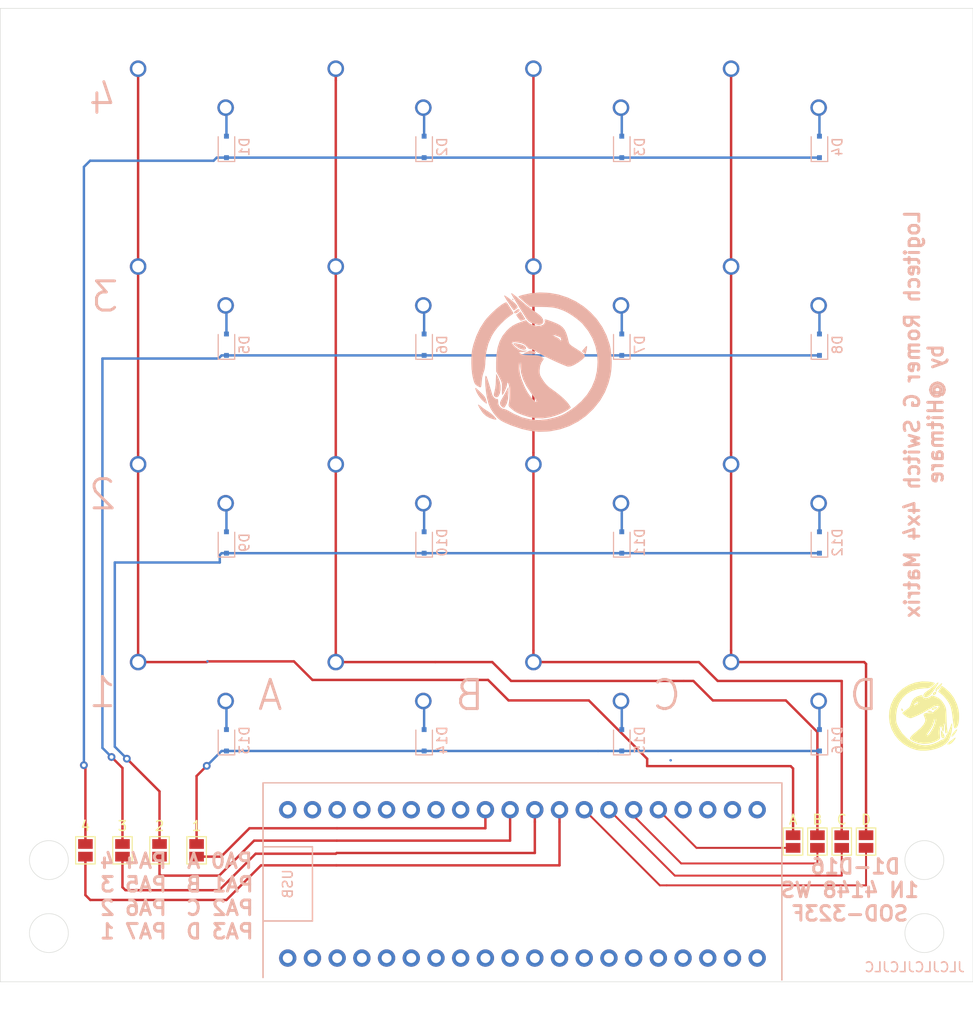
<source format=kicad_pcb>
(kicad_pcb (version 20211014) (generator pcbnew)
  (layers (0 "F.Cu" signal) (31 "B.Cu" signal) (34 "B.Paste" user) (35 "F.Paste" user) (36 "B.SilkS" user "B.Silkscreen") (37 "F.SilkS" user "F.Silkscreen") (38 "B.Mask" user) (39 "F.Mask" user) (44 "Edge.Cuts" user))
  (net 0 "")
  (footprint "Button_Switch_Keyboard:Romer-G-Switch_Logitech" (layer "F.Cu") (at 103.418 71.922)
    (fp_text reference " " (at 0 9.5) (layer "F.SilkS"))
    (fp_text value "Romer-G-Switch Logitech")
    (pad "" np_thru_hole circle locked (at 0 -5) (size 1.7 1.7) (drill 1.7) (layers *.Cu *.Mask))
    (pad "" np_thru_hole circle locked (at 0 5) (size 1.7 1.7) (drill 1.7) (layers *.Cu *.Mask))
    (pad "1" thru_hole circle locked (at -4.5 -2) (size 1.7 1.7) (drill 1.2) (layers *.Cu *.Mask))
    (pad "2" thru_hole circle locked (at 4.5 2) (size 1.7 1.7) (drill 1.2) (layers *.Cu *.Mask))
  )
  (footprint "Button_Switch_Keyboard:Romer-G-Switch_Logitech" (layer "F.Cu") (at 123.738 71.922)
    (fp_text reference " " (at 0 9.5) (layer "F.SilkS"))
    (fp_text value "Romer-G-Switch Logitech")
    (pad "" np_thru_hole circle locked (at 0 -5) (size 1.7 1.7) (drill 1.7) (layers *.Cu *.Mask))
    (pad "" np_thru_hole circle locked (at 0 5) (size 1.7 1.7) (drill 1.7) (layers *.Cu *.Mask))
    (pad "1" thru_hole circle locked (at -4.5 -2) (size 1.7 1.7) (drill 1.2) (layers *.Cu *.Mask))
    (pad "2" thru_hole circle locked (at 4.5 2) (size 1.7 1.7) (drill 1.2) (layers *.Cu *.Mask))
  )
  (footprint "Button_Switch_Keyboard:Romer-G-Switch_Logitech" (layer "F.Cu") (at 144.058 71.922)
    (fp_text reference " " (at 0 9.5) (layer "F.SilkS"))
    (fp_text value "Romer-G-Switch Logitech")
    (pad "" np_thru_hole circle locked (at 0 5) (size 1.7 1.7) (drill 1.7) (layers *.Cu *.Mask))
    (pad "" np_thru_hole circle locked (at 0 -5) (size 1.7 1.7) (drill 1.7) (layers *.Cu *.Mask))
    (pad "1" thru_hole circle locked (at -4.5 -2) (size 1.7 1.7) (drill 1.2) (layers *.Cu *.Mask))
    (pad "2" thru_hole circle locked (at 4.5 2) (size 1.7 1.7) (drill 1.2) (layers *.Cu *.Mask))
  )
  (footprint "Button_Switch_Keyboard:Romer-G-Switch_Logitech" (layer "F.Cu") (at 164.378 71.922)
    (fp_text reference " " (at 0 9.5) (layer "F.SilkS"))
    (fp_text value "Romer-G-Switch Logitech")
    (pad "" np_thru_hole circle locked (at 0 -5) (size 1.7 1.7) (drill 1.7) (layers *.Cu *.Mask))
    (pad "" np_thru_hole circle locked (at 0 5) (size 1.7 1.7) (drill 1.7) (layers *.Cu *.Mask))
    (pad "1" thru_hole circle locked (at -4.5 -2) (size 1.7 1.7) (drill 1.2) (layers *.Cu *.Mask))
    (pad "2" thru_hole circle locked (at 4.5 2) (size 1.7 1.7) (drill 1.2) (layers *.Cu *.Mask))
  )
  (footprint "Button_Switch_Keyboard:Romer-G-Switch_Logitech" (layer "F.Cu") (at 144.058 51.602)
    (fp_text reference " " (at 0 9.5) (layer "F.SilkS"))
    (fp_text value "Romer-G-Switch Logitech")
    (pad "" np_thru_hole circle locked (at 0 5) (size 1.7 1.7) (drill 1.7) (layers *.Cu *.Mask))
    (pad "" np_thru_hole circle locked (at 0 -5) (size 1.7 1.7) (drill 1.7) (layers *.Cu *.Mask))
    (pad "1" thru_hole circle locked (at -4.5 -2) (size 1.7 1.7) (drill 1.2) (layers *.Cu *.Mask))
    (pad "2" thru_hole circle locked (at 4.5 2) (size 1.7 1.7) (drill 1.2) (layers *.Cu *.Mask))
  )
  (footprint "Button_Switch_Keyboard:Romer-G-Switch_Logitech" (layer "F.Cu") (at 164.378 51.602)
    (fp_text reference " " (at 0 9.5) (layer "F.SilkS"))
    (fp_text value "Romer-G-Switch Logitech")
    (pad "" np_thru_hole circle locked (at 0 -5) (size 1.7 1.7) (drill 1.7) (layers *.Cu *.Mask))
    (pad "" np_thru_hole circle locked (at 0 5) (size 1.7 1.7) (drill 1.7) (layers *.Cu *.Mask))
    (pad "1" thru_hole circle locked (at -4.5 -2) (size 1.7 1.7) (drill 1.2) (layers *.Cu *.Mask))
    (pad "2" thru_hole circle locked (at 4.5 2) (size 1.7 1.7) (drill 1.2) (layers *.Cu *.Mask))
  )
  (footprint "Button_Switch_Keyboard:Romer-G-Switch_Logitech" (layer "F.Cu") (at 103.418 112.562)
    (fp_text reference " " (at 0 9.5) (layer "F.SilkS"))
    (fp_text value "Romer-G-Switch Logitech")
    (pad "" np_thru_hole circle locked (at 0 -5) (size 1.7 1.7) (drill 1.7) (layers *.Cu *.Mask))
    (pad "" np_thru_hole circle locked (at 0 5) (size 1.7 1.7) (drill 1.7) (layers *.Cu *.Mask))
    (pad "1" thru_hole circle locked (at -4.5 -2) (size 1.7 1.7) (drill 1.2) (layers *.Cu *.Mask))
    (pad "2" thru_hole circle locked (at 4.5 2) (size 1.7 1.7) (drill 1.2) (layers *.Cu *.Mask))
  )
  (footprint "Button_Switch_Keyboard:Romer-G-Switch_Logitech" (layer "F.Cu") (at 123.738 51.602)
    (fp_text reference " " (at 0 9.5) (layer "F.SilkS"))
    (fp_text value "Romer-G-Switch Logitech")
    (pad "" np_thru_hole circle locked (at 0 5) (size 1.7 1.7) (drill 1.7) (layers *.Cu *.Mask))
    (pad "" np_thru_hole circle locked (at 0 -5) (size 1.7 1.7) (drill 1.7) (layers *.Cu *.Mask))
    (pad "1" thru_hole circle locked (at -4.5 -2) (size 1.7 1.7) (drill 1.2) (layers *.Cu *.Mask))
    (pad "2" thru_hole circle locked (at 4.5 2) (size 1.7 1.7) (drill 1.2) (layers *.Cu *.Mask))
  )
  (footprint "Symbol:hitmare_logo_125" (layer "F.Cu") (at 179.705 116.205)
    (fp_text reference "G***" hide)
    (fp_text value "LOGO" hide)
  )
  (footprint "Arduino_BluePill_similar:ChinaBluePill" (layer "F.Cu") (at 162.56 140.97 90)
    (fp_text reference "REF**" hide)
    (fp_text value "ChinaBluePill" hide)
    (fp_text user "USB" (at 7.62 -48.26 -90) (layer "B.SilkS") (effects (justify mirror)))
    (pad "3V3" thru_hole circle locked (at 15.24 -43.18 180) (size 1.778 1.778) (drill 1.016) (layers *.Cu *.Mask))
    (pad "3V3" thru_hole circle locked (at 0 0 180) (size 1.778 1.778) (drill 1.016) (layers *.Cu *.Mask))
    (pad "5V" thru_hole circle locked (at 0 -5.08 180) (size 1.778 1.778) (drill 1.016) (layers *.Cu *.Mask))
    (pad "GND" thru_hole circle locked (at 0 -2.54 180) (size 1.778 1.778) (drill 1.016) (layers *.Cu *.Mask))
    (pad "GND" thru_hole circle locked (at 15.24 -45.72 180) (size 1.778 1.778) (drill 1.016) (layers *.Cu *.Mask))
    (pad "GND" thru_hole circle locked (at 15.24 -48.26 180) (size 1.778 1.778) (drill 1.016) (layers *.Cu *.Mask))
    (pad "NRST" thru_hole circle locked (at 15.24 -40.64 180) (size 1.778 1.778) (drill 1.016) (layers *.Cu *.Mask))
    (pad "PA0" thru_hole circle locked (at 15.24 -10.16 180) (size 1.778 1.778) (drill 1.016) (layers *.Cu *.Mask))
    (pad "PA1" thru_hole circle locked (at 15.24 -12.7 180) (size 1.778 1.778) (drill 1.016) (layers *.Cu *.Mask))
    (pad "PA2" thru_hole circle locked (at 15.24 -15.24 180) (size 1.778 1.778) (drill 1.016) (layers *.Cu *.Mask))
    (pad "PA3" thru_hole circle locked (at 15.24 -17.78 180) (size 1.778 1.778) (drill 1.016) (layers *.Cu *.Mask))
    (pad "PA4" thru_hole circle locked (at 15.24 -20.32 180) (size 1.778 1.778) (drill 1.016) (layers *.Cu *.Mask))
    (pad "PA5" thru_hole circle locked (at 15.24 -22.86 180) (size 1.778 1.778) (drill 1.016) (layers *.Cu *.Mask))
    (pad "PA6" thru_hole circle locked (at 15.24 -25.4 180) (size 1.778 1.778) (drill 1.016) (layers *.Cu *.Mask))
    (pad "PA7" thru_hole circle locked (at 15.24 -27.94 180) (size 1.778 1.778) (drill 1.016) (layers *.Cu *.Mask))
    (pad "PA8" thru_hole circle locked (at 0 -38.1 180) (size 1.778 1.778) (drill 1.016) (layers *.Cu *.Mask))
    (pad "PA9" thru_hole circle locked (at 0 -35.56 180) (size 1.778 1.778) (drill 1.016) (layers *.Cu *.Mask))
    (pad "PA10" thru_hole circle locked (at 0 -33.02 180) (size 1.778 1.778) (drill 1.016) (layers *.Cu *.Mask))
    (pad "PA11" thru_hole circle locked (at 0 -30.48 180) (size 1.778 1.778) (drill 1.016) (layers *.Cu *.Mask))
    (pad "PA12" thru_hole circle locked (at 0 -27.94 180) (size 1.778 1.778) (drill 1.016) (layers *.Cu *.Mask))
    (pad "PA15" thru_hole circle locked (at 0 -25.4 180) (size 1.778 1.778) (drill 1.016) (layers *.Cu *.Mask))
    (pad "PB0" thru_hole circle locked (at 15.24 -30.48 180) (size 1.778 1.778) (drill 1.016) (layers *.Cu *.Mask))
    (pad "PB1" thru_hole circle locked (at 15.24 -33.02 180) (size 1.778 1.778) (drill 1.016) (layers *.Cu *.Mask))
    (pad "PB3" thru_hole circle locked (at 0 -22.86 180) (size 1.778 1.778) (drill 1.016) (layers *.Cu *.Mask))
    (pad "PB4" thru_hole circle locked (at 0 -20.32 180) (size 1.778 1.778) (drill 1.016) (layers *.Cu *.Mask))
    (pad "PB5" thru_hole circle locked (at 0 -17.78 180) (size 1.778 1.778) (drill 1.016) (layers *.Cu *.Mask))
    (pad "PB6" thru_hole circle locked (at 0 -15.24 180) (size 1.778 1.778) (drill 1.016) (layers *.Cu *.Mask))
    (pad "PB7" thru_hole circle locked (at 0 -12.7 180) (size 1.778 1.778) (drill 1.016) (layers *.Cu *.Mask))
    (pad "PB8" thru_hole circle locked (at 0 -10.16 180) (size 1.778 1.778) (drill 1.016) (layers *.Cu *.Mask))
    (pad "PB9" thru_hole circle locked (at 0 -7.62 180) (size 1.778 1.778) (drill 1.016) (layers *.Cu *.Mask))
    (pad "PB10" thru_hole circle locked (at 15.24 -35.56 180) (size 1.778 1.778) (drill 1.016) (layers *.Cu *.Mask))
    (pad "PB11" thru_hole circle locked (at 15.24 -38.1 180) (size 1.778 1.778) (drill 1.016) (layers *.Cu *.Mask))
    (pad "PB12" thru_hole circle locked (at 0 -48.26 180) (size 1.778 1.778) (drill 1.016) (layers *.Cu *.Mask))
    (pad "PB13" thru_hole circle locked (at 0 -45.72 180) (size 1.778 1.778) (drill 1.016) (layers *.Cu *.Mask))
    (pad "PB14" thru_hole circle locked (at 0 -43.18 180) (size 1.778 1.778) (drill 1.016) (layers *.Cu *.Mask))
    (pad "PB15" thru_hole circle locked (at 0 -40.64 180) (size 1.778 1.778) (drill 1.016) (layers *.Cu *.Mask))
    (pad "PC13" thru_hole circle locked (at 15.24 -2.54 180) (size 1.778 1.778) (drill 1.016) (layers *.Cu *.Mask))
    (pad "PC14" thru_hole circle locked (at 15.24 -5.08 180) (size 1.778 1.778) (drill 1.016) (layers *.Cu *.Mask))
    (pad "PC15" thru_hole circle locked (at 15.24 -7.62 180) (size 1.778 1.778) (drill 1.016) (layers *.Cu *.Mask))
    (pad "VBAT" thru_hole circle locked (at 15.24 0 180) (size 1.778 1.778) (drill 1.016) (layers *.Cu *.Mask))
  )
  (footprint "Jumper:SolderJumper-2_P1.3mm_Open_Pad1.0x1.5mm" (layer "F.Cu") (at 173.75 129 -90)
    (fp_text reference "D" (at -2.25 0) (layer "F.SilkS"))
    (fp_text value "SolderJumper-2_P1.3mm_Open_Pad1.0x1.5mm")
    (pad "1" smd rect locked (at -0.65 0 270) (size 1 1.5) (layers "F.Cu" "F.Mask"))
    (pad "2" smd rect locked (at 0.65 0 270) (size 1 1.5) (layers "F.Cu" "F.Mask"))
  )
  (footprint "Jumper:SolderJumper-2_P1.3mm_Open_Pad1.0x1.5mm" (layer "F.Cu") (at 104.93 129.9 90)
    (fp_text reference "1" (at 2.5 0) (layer "F.SilkS"))
    (fp_text value "SolderJumper-2_P1.3mm_Open_Pad1.0x1.5mm")
    (pad "1" smd rect locked (at -0.65 0 90) (size 1 1.5) (layers "F.Cu" "F.Mask"))
    (pad "2" smd rect locked (at 0.65 0 90) (size 1 1.5) (layers "F.Cu" "F.Mask"))
  )
  (footprint "Jumper:SolderJumper-2_P1.3mm_Open_Pad1.0x1.5mm" (layer "F.Cu") (at 93.5 129.9 90)
    (fp_text reference "4" (at 2.5 0) (layer "F.SilkS"))
    (fp_text value "SolderJumper-2_P1.3mm_Open_Pad1.0x1.5mm")
    (pad "1" smd rect locked (at -0.65 0 90) (size 1 1.5) (layers "F.Cu" "F.Mask"))
    (pad "2" smd rect locked (at 0.65 0 90) (size 1 1.5) (layers "F.Cu" "F.Mask"))
  )
  (footprint "Jumper:SolderJumper-2_P1.3mm_Open_Pad1.0x1.5mm" (layer "F.Cu") (at 171.25 129 -90)
    (fp_text reference "C" (at -2.25 0) (layer "F.SilkS"))
    (fp_text value "SolderJumper-2_P1.3mm_Open_Pad1.0x1.5mm")
    (pad "1" smd rect locked (at -0.65 0 270) (size 1 1.5) (layers "F.Cu" "F.Mask"))
    (pad "2" smd rect locked (at 0.65 0 270) (size 1 1.5) (layers "F.Cu" "F.Mask"))
  )
  (footprint "Jumper:SolderJumper-2_P1.3mm_Open_Pad1.0x1.5mm" (layer "F.Cu") (at 168.75 129 -90)
    (fp_text reference "B" (at -2.25 0) (layer "F.SilkS"))
    (fp_text value "SolderJumper-2_P1.3mm_Open_Pad1.0x1.5mm")
    (pad "1" smd rect locked (at -0.65 0 270) (size 1 1.5) (layers "F.Cu" "F.Mask"))
    (pad "2" smd rect locked (at 0.65 0 270) (size 1 1.5) (layers "F.Cu" "F.Mask"))
  )
  (footprint "Jumper:SolderJumper-2_P1.3mm_Open_Pad1.0x1.5mm" (layer "F.Cu") (at 166.25 129 -90)
    (fp_text reference "A" (at -2.25 0) (layer "F.SilkS"))
    (fp_text value "SolderJumper-2_P1.3mm_Open_Pad1.0x1.5mm")
    (pad "1" smd rect locked (at -0.65 0 270) (size 1 1.5) (layers "F.Cu" "F.Mask"))
    (pad "2" smd rect locked (at 0.65 0 270) (size 1 1.5) (layers "F.Cu" "F.Mask"))
  )
  (footprint "Jumper:SolderJumper-2_P1.3mm_Open_Pad1.0x1.5mm" (layer "F.Cu") (at 97.31 129.9 90)
    (fp_text reference "3" (at 2.5 0) (layer "F.SilkS"))
    (fp_text value "SolderJumper-2_P1.3mm_Open_Pad1.0x1.5mm")
    (pad "1" smd rect locked (at -0.65 0 90) (size 1 1.5) (layers "F.Cu" "F.Mask"))
    (pad "2" smd rect locked (at 0.65 0 90) (size 1 1.5) (layers "F.Cu" "F.Mask"))
  )
  (footprint "Button_Switch_Keyboard:Romer-G-Switch_Logitech" (layer "F.Cu") (at 164.378 92.242)
    (fp_text reference " " (at 0 9.5) (layer "F.SilkS"))
    (fp_text value "Romer-G-Switch Logitech")
    (pad "" np_thru_hole circle locked (at 0 5) (size 1.7 1.7) (drill 1.7) (layers *.Cu *.Mask))
    (pad "" np_thru_hole circle locked (at 0 -5) (size 1.7 1.7) (drill 1.7) (layers *.Cu *.Mask))
    (pad "1" thru_hole circle locked (at -4.5 -2) (size 1.7 1.7) (drill 1.2) (layers *.Cu *.Mask))
    (pad "2" thru_hole circle locked (at 4.5 2) (size 1.7 1.7) (drill 1.2) (layers *.Cu *.Mask))
  )
  (footprint "Button_Switch_Keyboard:Romer-G-Switch_Logitech" (layer "F.Cu") (at 164.378 112.562)
    (fp_text reference " " (at 0 9.5) (layer "F.SilkS"))
    (fp_text value "Romer-G-Switch Logitech")
    (pad "" np_thru_hole circle locked (at 0 -5) (size 1.7 1.7) (drill 1.7) (layers *.Cu *.Mask))
    (pad "" np_thru_hole circle locked (at 0 5) (size 1.7 1.7) (drill 1.7) (layers *.Cu *.Mask))
    (pad "1" thru_hole circle locked (at -4.5 -2) (size 1.7 1.7) (drill 1.2) (layers *.Cu *.Mask))
    (pad "2" thru_hole circle locked (at 4.5 2) (size 1.7 1.7) (drill 1.2) (layers *.Cu *.Mask))
  )
  (footprint "Button_Switch_Keyboard:Romer-G-Switch_Logitech" (layer "F.Cu") (at 144.058 112.562)
    (fp_text reference " " (at 0 9.5) (layer "F.SilkS"))
    (fp_text value "Romer-G-Switch Logitech")
    (pad "" np_thru_hole circle locked (at 0 -5) (size 1.7 1.7) (drill 1.7) (layers *.Cu *.Mask))
    (pad "" np_thru_hole circle locked (at 0 5) (size 1.7 1.7) (drill 1.7) (layers *.Cu *.Mask))
    (pad "1" thru_hole circle locked (at -4.5 -2) (size 1.7 1.7) (drill 1.2) (layers *.Cu *.Mask))
    (pad "2" thru_hole circle locked (at 4.5 2) (size 1.7 1.7) (drill 1.2) (layers *.Cu *.Mask))
  )
  (footprint "Button_Switch_Keyboard:Romer-G-Switch_Logitech" (layer "F.Cu") (at 144.058 92.242)
    (fp_text reference "  " (at 0 9.5) (layer "F.SilkS"))
    (fp_text value "Romer-G-Switch Logitech")
    (pad "" np_thru_hole circle locked (at 0 -5) (size 1.7 1.7) (drill 1.7) (layers *.Cu *.Mask))
    (pad "" np_thru_hole circle locked (at 0 5) (size 1.7 1.7) (drill 1.7) (layers *.Cu *.Mask))
    (pad "1" thru_hole circle locked (at -4.5 -2) (size 1.7 1.7) (drill 1.2) (layers *.Cu *.Mask))
    (pad "2" thru_hole circle locked (at 4.5 2) (size 1.7 1.7) (drill 1.2) (layers *.Cu *.Mask))
  )
  (footprint "Button_Switch_Keyboard:Romer-G-Switch_Logitech" (layer "F.Cu") (at 123.738 92.242)
    (fp_text reference " " (at 0 9.5) (layer "F.SilkS"))
    (fp_text value "Romer-G-Switch Logitech")
    (pad "" np_thru_hole circle locked (at 0 5) (size 1.7 1.7) (drill 1.7) (layers *.Cu *.Mask))
    (pad "" np_thru_hole circle locked (at 0 -5) (size 1.7 1.7) (drill 1.7) (layers *.Cu *.Mask))
    (pad "1" thru_hole circle locked (at -4.5 -2) (size 1.7 1.7) (drill 1.2) (layers *.Cu *.Mask))
    (pad "2" thru_hole circle locked (at 4.5 2) (size 1.7 1.7) (drill 1.2) (layers *.Cu *.Mask))
  )
  (footprint "Button_Switch_Keyboard:Romer-G-Switch_Logitech" (layer "F.Cu") (at 103.418 51.602)
    (fp_text reference " " (at 0 9.5) (layer "F.SilkS"))
    (fp_text value "Romer-G-Switch Logitech")
    (pad "" np_thru_hole circle locked (at 0 -5) (size 1.7 1.7) (drill 1.7) (layers *.Cu *.Mask))
    (pad "" np_thru_hole circle locked (at 0 5) (size 1.7 1.7) (drill 1.7) (layers *.Cu *.Mask))
    (pad "1" thru_hole circle locked (at -4.5 -2) (size 1.7 1.7) (drill 1.2) (layers *.Cu *.Mask))
    (pad "2" thru_hole circle locked (at 4.5 2) (size 1.7 1.7) (drill 1.2) (layers *.Cu *.Mask))
  )
  (footprint "Button_Switch_Keyboard:Romer-G-Switch_Logitech" (layer "F.Cu") (at 103.418 92.242)
    (fp_text reference " " (at 0 9.5) (layer "F.SilkS"))
    (fp_text value "Romer-G-Switch Logitech")
    (pad "" np_thru_hole circle locked (at 0 5) (size 1.7 1.7) (drill 1.7) (layers *.Cu *.Mask))
    (pad "" np_thru_hole circle locked (at 0 -5) (size 1.7 1.7) (drill 1.7) (layers *.Cu *.Mask))
    (pad "1" thru_hole circle locked (at -4.5 -2) (size 1.7 1.7) (drill 1.2) (layers *.Cu *.Mask))
    (pad "2" thru_hole circle locked (at 4.5 2) (size 1.7 1.7) (drill 1.2) (layers *.Cu *.Mask))
  )
  (footprint "Button_Switch_Keyboard:Romer-G-Switch_Logitech" (layer "F.Cu") (at 123.738 112.562)
    (fp_text reference " " (at 0 9.5) (layer "F.SilkS"))
    (fp_text value "Romer-G-Switch Logitech")
    (pad "" np_thru_hole circle locked (at 0 5) (size 1.7 1.7) (drill 1.7) (layers *.Cu *.Mask))
    (pad "" np_thru_hole circle locked (at 0 -5) (size 1.7 1.7) (drill 1.7) (layers *.Cu *.Mask))
    (pad "1" thru_hole circle locked (at -4.5 -2) (size 1.7 1.7) (drill 1.2) (layers *.Cu *.Mask))
    (pad "2" thru_hole circle locked (at 4.5 2) (size 1.7 1.7) (drill 1.2) (layers *.Cu *.Mask))
  )
  (footprint "Jumper:SolderJumper-2_P1.3mm_Open_Pad1.0x1.5mm" (layer "F.Cu") (at 101.12 129.9 90)
    (fp_text reference "2" (at 2.5 0) (layer "F.SilkS"))
    (fp_text value "SolderJumper-2_P1.3mm_Open_Pad1.0x1.5mm")
    (pad "1" smd rect locked (at -0.65 0 90) (size 1 1.5) (layers "F.Cu" "F.Mask"))
    (pad "2" smd rect locked (at 0.65 0 90) (size 1 1.5) (layers "F.Cu" "F.Mask"))
  )
  (footprint "Symbol:hitmare_logo_250" (layer "B.Cu") (at 140.335 80.01 180)
    (fp_text reference "G***" hide)
    (fp_text value "LOGO" hide)
  )
  (footprint "Diode_SMD:D_SOD-323F" (layer "B.Cu") (at 108 57.635 90)
    (fp_text reference "D1" (at 0 1.85 270) (layer "B.SilkS") (effects (justify mirror)))
    (fp_text value "D_SOD-323F")
    (pad "1" smd rect locked (at -1.1 0 90) (size 0.5 0.5) (layers "B.Cu" "B.Paste" "B.Mask"))
    (pad "2" smd rect locked (at 1.1 0 90) (size 0.5 0.5) (layers "B.Cu" "B.Paste" "B.Mask"))
  )
  (footprint "Diode_SMD:D_SOD-323F" (layer "B.Cu") (at 108 118.595 90)
    (fp_text reference "D13" (at 0 1.85 270) (layer "B.SilkS") (effects (justify mirror)))
    (fp_text value "D_SOD-323F")
    (pad "1" smd rect locked (at -1.1 0 90) (size 0.5 0.5) (layers "B.Cu" "B.Paste" "B.Mask"))
    (pad "2" smd rect locked (at 1.1 0 90) (size 0.5 0.5) (layers "B.Cu" "B.Paste" "B.Mask"))
  )
  (footprint "Diode_SMD:D_SOD-323F" (layer "B.Cu") (at 128.32 77.955 90)
    (fp_text reference "D6" (at 0 1.85 270) (layer "B.SilkS") (effects (justify mirror)))
    (fp_text value "D_SOD-323F")
    (pad "1" smd rect locked (at -1.1 0 90) (size 0.5 0.5) (layers "B.Cu" "B.Paste" "B.Mask"))
    (pad "2" smd rect locked (at 1.1 0 90) (size 0.5 0.5) (layers "B.Cu" "B.Paste" "B.Mask"))
  )
  (footprint "Diode_SMD:D_SOD-323F" (layer "B.Cu") (at 128.32 98.275 90)
    (fp_text reference "D10" (at 0 1.85 270) (layer "B.SilkS") (effects (justify mirror)))
    (fp_text value "D_SOD-323F")
    (pad "1" smd rect locked (at -1.1 0 90) (size 0.5 0.5) (layers "B.Cu" "B.Paste" "B.Mask"))
    (pad "2" smd rect locked (at 1.1 0 90) (size 0.5 0.5) (layers "B.Cu" "B.Paste" "B.Mask"))
  )
  (footprint "Diode_SMD:D_SOD-323F" (layer "B.Cu") (at 168.96 57.635 90)
    (fp_text reference "D4" (at 0 1.85 270) (layer "B.SilkS") (effects (justify mirror)))
    (fp_text value "D_SOD-323F")
    (pad "1" smd rect locked (at -1.1 0 90) (size 0.5 0.5) (layers "B.Cu" "B.Paste" "B.Mask"))
    (pad "2" smd rect locked (at 1.1 0 90) (size 0.5 0.5) (layers "B.Cu" "B.Paste" "B.Mask"))
  )
  (footprint "Diode_SMD:D_SOD-323F" (layer "B.Cu") (at 128.32 57.635 90)
    (fp_text reference "D2" (at 0 1.85 270) (layer "B.SilkS") (effects (justify mirror)))
    (fp_text value "D_SOD-323F")
    (pad "1" smd rect locked (at -1.1 0 90) (size 0.5 0.5) (layers "B.Cu" "B.Paste" "B.Mask"))
    (pad "2" smd rect locked (at 1.1 0 90) (size 0.5 0.5) (layers "B.Cu" "B.Paste" "B.Mask"))
  )
  (footprint "Diode_SMD:D_SOD-323F" (layer "B.Cu") (at 148.64 57.635 90)
    (fp_text reference "D3" (at 0 1.85 270) (layer "B.SilkS") (effects (justify mirror)))
    (fp_text value "D_SOD-323F")
    (pad "1" smd rect locked (at -1.1 0 90) (size 0.5 0.5) (layers "B.Cu" "B.Paste" "B.Mask"))
    (pad "2" smd rect locked (at 1.1 0 90) (size 0.5 0.5) (layers "B.Cu" "B.Paste" "B.Mask"))
  )
  (footprint "Diode_SMD:D_SOD-323F" (layer "B.Cu") (at 108 77.955 90)
    (fp_text reference "D5" (at 0 1.85 270) (layer "B.SilkS") (effects (justify mirror)))
    (fp_text value "D_SOD-323F")
    (pad "1" smd rect locked (at -1.1 0 90) (size 0.5 0.5) (layers "B.Cu" "B.Paste" "B.Mask"))
    (pad "2" smd rect locked (at 1.1 0 90) (size 0.5 0.5) (layers "B.Cu" "B.Paste" "B.Mask"))
  )
  (footprint "Diode_SMD:D_SOD-323F" (layer "B.Cu") (at 148.64 77.955 90)
    (fp_text reference "D7" (at 0 1.85 270) (layer "B.SilkS") (effects (justify mirror)))
    (fp_text value "D_SOD-323F")
    (pad "1" smd rect locked (at -1.1 0 90) (size 0.5 0.5) (layers "B.Cu" "B.Paste" "B.Mask"))
    (pad "2" smd rect locked (at 1.1 0 90) (size 0.5 0.5) (layers "B.Cu" "B.Paste" "B.Mask"))
  )
  (footprint "Diode_SMD:D_SOD-323F" (layer "B.Cu") (at 148.64 118.595 90)
    (fp_text reference "D15" (at 0 1.85 270) (layer "B.SilkS") (effects (justify mirror)))
    (fp_text value "D_SOD-323F")
    (pad "1" smd rect locked (at -1.1 0 90) (size 0.5 0.5) (layers "B.Cu" "B.Paste" "B.Mask"))
    (pad "2" smd rect locked (at 1.1 0 90) (size 0.5 0.5) (layers "B.Cu" "B.Paste" "B.Mask"))
  )
  (footprint "Diode_SMD:D_SOD-323F" (layer "B.Cu") (at 108 98.275 90)
    (fp_text reference "D9" (at 0 1.85 270) (layer "B.SilkS") (effects (justify mirror)))
    (fp_text value "D_SOD-323F")
    (pad "1" smd rect locked (at -1.1 0 90) (size 0.5 0.5) (layers "B.Cu" "B.Paste" "B.Mask"))
    (pad "2" smd rect locked (at 1.1 0 90) (size 0.5 0.5) (layers "B.Cu" "B.Paste" "B.Mask"))
  )
  (footprint "Diode_SMD:D_SOD-323F" (layer "B.Cu") (at 128.32 118.595 90)
    (fp_text reference "D14" (at 0 1.85 270) (layer "B.SilkS") (effects (justify mirror)))
    (fp_text value "D_SOD-323F")
    (fp_text user "${REFERENCE}" (at 0 1.85 270) (layer "B.SilkS") (effects (justify mirror)))
    (pad "1" smd rect locked (at -1.1 0 90) (size 0.5 0.5) (layers "B.Cu" "B.Paste" "B.Mask"))
    (pad "2" smd rect locked (at 1.1 0 90) (size 0.5 0.5) (layers "B.Cu" "B.Paste" "B.Mask"))
  )
  (footprint "Diode_SMD:D_SOD-323F" (layer "B.Cu") (at 168.96 77.955 90)
    (fp_text reference "D8" (at 0 1.85 270) (layer "B.SilkS") (effects (justify mirror)))
    (fp_text value "D_SOD-323F")
    (pad "1" smd rect locked (at -1.1 0 90) (size 0.5 0.5) (layers "B.Cu" "B.Paste" "B.Mask"))
    (pad "2" smd rect locked (at 1.1 0 90) (size 0.5 0.5) (layers "B.Cu" "B.Paste" "B.Mask"))
  )
  (footprint "Diode_SMD:D_SOD-323F" (layer "B.Cu") (at 168.96 118.595 90)
    (fp_text reference "D16" (at 0 1.85 270) (layer "B.SilkS") (effects (justify mirror)))
    (fp_text value "D_SOD-323F")
    (pad "1" smd rect locked (at -1.1 0 90) (size 0.5 0.5) (layers "B.Cu" "B.Paste" "B.Mask"))
    (pad "2" smd rect locked (at 1.1 0 90) (size 0.5 0.5) (layers "B.Cu" "B.Paste" "B.Mask"))
  )
  (footprint "Diode_SMD:D_SOD-323F" (layer "B.Cu") (at 148.64 98.275 90)
    (fp_text reference "D11" (at 0 1.85 270) (layer "B.SilkS") (effects (justify mirror)))
    (fp_text value "D_SOD-323F")
    (pad "1" smd rect locked (at -1.1 0 90) (size 0.5 0.5) (layers "B.Cu" "B.Paste" "B.Mask"))
    (pad "2" smd rect locked (at 1.1 0 90) (size 0.5 0.5) (layers "B.Cu" "B.Paste" "B.Mask"))
  )
  (footprint "Diode_SMD:D_SOD-323F" (layer "B.Cu") (at 168.96 98.275 90)
    (fp_text reference "D12" (at 0 1.85 270) (layer "B.SilkS") (effects (justify mirror)))
    (fp_text value "D_SOD-323F")
    (pad "1" smd rect locked (at -1.1 0 90) (size 0.5 0.5) (layers "B.Cu" "B.Paste" "B.Mask"))
    (pad "2" smd rect locked (at 1.1 0 90) (size 0.5 0.5) (layers "B.Cu" "B.Paste" "B.Mask"))
  )
  (gr_line (start 184.745 143.405) (end 84.745 143.405) (layer "Edge.Cuts") (width 0.05))
  (gr_circle (center 89.745 138.405) (end 91.745 138.405) (layer "Edge.Cuts") (width 0.05) (fill none))
  (gr_circle (center 179.745 138.405) (end 181.745 138.405) (layer "Edge.Cuts") (width 0.05) (fill none))
  (gr_circle (center 179.745 130.905) (end 181.745 130.905) (layer "Edge.Cuts") (width 0.05) (fill none))
  (gr_line (start 84.745 43.405) (end 184.745 43.405) (layer "Edge.Cuts") (width 0.05))
  (gr_line (start 84.745 143.405) (end 84.745 43.405) (layer "Edge.Cuts") (width 0.05))
  (gr_line (start 184.745 43.405) (end 184.745 143.405) (layer "Edge.Cuts") (width 0.05))
  (gr_circle (center 89.745 130.905) (end 91.745 130.905) (layer "Edge.Cuts") (width 0.05) (fill none))
  (gr_text "B" (at 133 113.965) (layer "B.SilkS") (effects (font (size 3 3) (thickness 0.3)) (justify mirror)))
  (gr_text "PA4 4\nPA5 3\nPA6 2\nPA7 1" (at 98.425 134.62) (layer "B.SilkS") (effects (font (size 1.5 1.5) (thickness 0.3)) (justify mirror)))
  (gr_text "D" (at 173.5 113.965) (layer "B.SilkS") (effects (font (size 3 3) (thickness 0.3)) (justify mirror)))
  (gr_text "A" (at 112.5 113.965) (layer "B.SilkS") (effects (font (size 3 3) (thickness 0.3)) (justify mirror)))
  (gr_text "PA0 A\nPA1 B\nPA2 C\nPA3 D" (at 107.315 134.62) (layer "B.SilkS") (effects (font (size 1.5 1.5) (thickness 0.3)) (justify mirror)))
  (gr_text "Logitech Romer G Switch 4x4 Matrix\nby @Hitmare" (at 179.705 85.09 90) (layer "B.SilkS") (effects (font (size 1.5 1.5) (thickness 0.3)) (justify mirror)))
  (gr_text "4" (at 95.25 52.705) (layer "B.SilkS") (effects (font (size 3 3) (thickness 0.3)) (justify mirror)))
  (gr_text "D1-D16 \n1N 4148 WS\nSOD-323F" (at 172.085 133.985) (layer "B.SilkS") (effects (font (size 1.5 1.5) (thickness 0.3)) (justify mirror)))
  (gr_text "3" (at 95.5 73.025) (layer "B.SilkS") (effects (font (size 3 3) (thickness 0.3)) (justify mirror)))
  (gr_text "2" (at 95.25 93.345) (layer "B.SilkS") (effects (font (size 3 3) (thickness 0.3)) (justify mirror)))
  (gr_text "1" (at 95.25 113.665) (layer "B.SilkS") (effects (font (size 3 3) (thickness 0.3)) (justify mirror)))
  (gr_text "C" (at 153.25 113.965) (layer "B.SilkS") (effects (font (size 3 3) (thickness 0.3)) (justify mirror)))
  (gr_text "JLCJLCJLCJLC" (at 178.745 141.905) (layer "B.SilkS") (effects (font (size 1 1)) (justify mirror)))
  (segment (start 135.327 110.562) (end 129.468 110.562) (width 0.25) (layer "F.Cu") (net 0))
  (segment (start 168.75 131.25) (end 154.75 131.25) (width 0.2) (layer "F.Cu") (net 0))
  (segment (start 134.895 112.395) (end 137 114.5) (width 0.25) (layer "F.Cu") (net 0))
  (segment (start 139.558 109.359919) (end 139.558 90.242) (width 0.25) (layer "F.Cu") (net 0))
  (segment (start 93.5 121.31) (end 93.5 129.25) (width 0.25) (layer "F.Cu") (net 0))
  (segment (start 135.327 110.562) (end 137.265 112.5) (width 0.25) (layer "F.Cu") (net 0))
  (segment (start 110.845 128.905) (end 107.25 132.5) (width 0.25) (layer "F.Cu") (net 0))
  (segment (start 152.55 133.5) (end 153.25 133.5) (width 0.2) (layer "F.Cu") (net 0))
  (segment (start 158 114.5) (end 165.5 114.5) (width 0.25) (layer "F.Cu") (net 0))
  (segment (start 93.345 121.155) (end 93.5 121.31) (width 0.25) (layer "F.Cu") (net 0))
  (segment (start 139.7 126.987235) (end 139.7 125.73) (width 0.25) (layer "F.Cu") (net 0))
  (segment (start 116.84 112.395) (end 134.895 112.395) (width 0.25) (layer "F.Cu") (net 0))
  (segment (start 139.558 110.562) (end 139.558 109.359919) (width 0.25) (layer "F.Cu") (net 0))
  (segment (start 168.75 129.65) (end 168.75 131.25) (width 0.2) (layer "F.Cu") (net 0))
  (segment (start 98.918 89.039919) (end 98.918 69.922) (width 0.25) (layer "F.Cu") (net 0))
  (segment (start 119.238 90.242) (end 119.238 110.562) (width 0.25) (layer "F.Cu") (net 0))
  (segment (start 147.32 125.73) (end 154.09 132.5) (width 0.2) (layer "F.Cu") (net 0))
  (segment (start 159.878 109.359919) (end 159.878 90.242) (width 0.25) (layer "F.Cu") (net 0))
  (segment (start 137 114.5) (end 145.25 114.5) (width 0.25) (layer "F.Cu") (net 0))
  (segment (start 119.305 131.445) (end 142.24 131.445) (width 0.25) (layer "F.Cu") (net 0))
  (segment (start 156.32 129.65) (end 152.4 125.73) (width 0.2) (layer "F.Cu") (net 0))
  (segment (start 137.16 128.905) (end 137.16 125.73) (width 0.25) (layer "F.Cu") (net 0))
  (segment (start 134.62 125.73) (end 134.62 127.635) (width 0.25) (layer "F.Cu") (net 0))
  (segment (start 171.25 132.5) (end 171.25 129.65) (width 0.2) (layer "F.Cu") (net 0))
  (segment (start 110.365 127.635) (end 107.45 130.55) (width 0.25) (layer "F.Cu") (net 0))
  (segment (start 149.86 126.36) (end 149.86 125.73) (width 0.2) (layer "F.Cu") (net 0))
  (segment (start 93.5 130.55) (end 93.5 134.5) (width 0.25) (layer "F.Cu") (net 0))
  (segment (start 159.878 90.242) (end 159.878 89.039919) (width 0.25) (layer "F.Cu") (net 0))
  (segment (start 114.935 110.49) (end 116.84 112.395) (width 0.25) (layer "F.Cu") (net 0))
  (segment (start 145.25 114.5) (end 151.25 120.5) (width 0.25) (layer "F.Cu") (net 0))
  (segment (start 134.62 127.635) (end 119.365 127.635) (width 0.25) (layer "F.Cu") (net 0))
  (segment (start 173.75 110.75) (end 173.75 128.35) (width 0.25) (layer "F.Cu") (net 0))
  (segment (start 98.918 90.242) (end 98.918 89.039919) (width 0.25) (layer "F.Cu") (net 0))
  (segment (start 165.5 114.5) (end 168.75 117.75) (width 0.25) (layer "F.Cu") (net 0))
  (segment (start 106.045 110.49) (end 114.935 110.49) (width 0.25) (layer "F.Cu") (net 0))
  (segment (start 151.25 120.5) (end 151.25 121.25) (width 0.25) (layer "F.Cu") (net 0))
  (segment (start 171.25 112.5) (end 171.25 128.35) (width 0.25) (layer "F.Cu") (net 0))
  (segment (start 101.25 132.5) (end 101.12 132.37) (width 0.25) (layer "F.Cu") (net 0))
  (segment (start 142.24 126.987235) (end 142.24 125.73) (width 0.25) (layer "F.Cu") (net 0))
  (segment (start 107.25 134) (end 111 130.25) (width 0.25) (layer "F.Cu") (net 0))
  (segment (start 168.75 117.75) (end 168.75 128.35) (width 0.25) (layer "F.Cu") (net 0))
  (segment (start 119.238 50.804081) (end 119.238 69.922) (width 0.25) (layer "F.Cu") (net 0))
  (segment (start 139.558 69.922) (end 139.558 49.602) (width 0.25) (layer "F.Cu") (net 0))
  (segment (start 119.25 130.25) (end 119.325 130.175) (width 0.25) (layer "F.Cu") (net 0))
  (segment (start 105.9725 121.2225) (end 104.93 122.265) (width 0.25) (layer "F.Cu") (net 0))
  (segment (start 166 121.25) (end 166.25 121.5) (width 0.25) (layer "F.Cu") (net 0))
  (segment (start 108 135) (end 111.555 131.445) (width 0.25) (layer "F.Cu") (net 0))
  (segment (start 104.93 122.265) (end 104.93 129.25) (width 0.25) (layer "F.Cu") (net 0))
  (segment (start 173.562 110.562) (end 173.75 110.75) (width 0.25) (layer "F.Cu") (net 0))
  (segment (start 159.878 110.562) (end 173.562 110.562) (width 0.25) (layer "F.Cu") (net 0))
  (segment (start 159.878 89.039919) (end 159.878 69.922) (width 0.25) (layer "F.Cu") (net 0))
  (segment (start 119.325 130.175) (end 139.7 130.175) (width 0.25) (layer "F.Cu") (net 0))
  (segment (start 166.25 121.5) (end 166.25 128.35) (width 0.25) (layer "F.Cu") (net 0))
  (segment (start 139 112.5) (end 155 112.5) (width 0.25) (layer "F.Cu") (net 0))
  (segment (start 119.238 49.602) (end 119.238 50.804081) (width 0.25) (layer "F.Cu") (net 0))
  (segment (start 166.25 129.65) (end 156.32 129.65) (width 0.2) (layer "F.Cu") (net 0))
  (segment (start 137.265 112.5) (end 139 112.5) (width 0.25) (layer "F.Cu") (net 0))
  (segment (start 159.878 110.562) (end 159.878 109.359919) (width 0.25) (layer "F.Cu") (net 0))
  (segment (start 119.345 128.905) (end 110.845 128.905) (width 0.25) (layer "F.Cu") (net 0))
  (segment (start 119.238 69.922) (end 119.238 90.242) (width 0.25) (layer "F.Cu") (net 0))
  (segment (start 139.772 110.562) (end 139.558 110.562) (width 0.25) (layer "F.Cu") (net 0))
  (segment (start 97.62 134) (end 107.25 134) (width 0.25) (layer "F.Cu") (net 0))
  (segment (start 158.5 112.5) (end 171.25 112.5) (width 0.25) (layer "F.Cu") (net 0))
  (segment (start 119.345 128.905) (end 137.16 128.905) (width 0.25) (layer "F.Cu") (net 0))
  (segment (start 119.365 127.635) (end 110.365 127.635) (width 0.25) (layer "F.Cu") (net 0))
  (segment (start 111.555 131.445) (end 119.305 131.445) (width 0.25) (layer "F.Cu") (net 0))
  (segment (start 156.562 110.562) (end 158.5 112.5) (width 0.25) (layer "F.Cu") (net 0))
  (segment (start 151.25 121.25) (end 166 121.25) (width 0.25) (layer "F.Cu") (net 0))
  (segment (start 139.558 90.242) (end 139.558 89.039919) (width 0.25) (layer "F.Cu") (net 0))
  (segment (start 139.7 130.175) (end 139.7 126.987235) (width 0.25) (layer "F.Cu") (net 0))
  (segment (start 107.45 130.55) (end 104.93 130.55) (width 0.25) (layer "F.Cu") (net 0))
  (segment (start 173.75 129.65) (end 173.75 133.5) (width 0.2) (layer "F.Cu") (net 0))
  (segment (start 97.76 120.49) (end 101.12 123.85) (width 0.25) (layer "F.Cu") (net 0))
  (segment (start 107.25 132.5) (end 101.25 132.5) (width 0.25) (layer "F.Cu") (net 0))
  (segment (start 156 112.5) (end 157.75 114.25) (width 0.25) (layer "F.Cu") (net 0))
  (segment (start 157.75 114.25) (end 158 114.5) (width 0.25) (layer "F.Cu") (net 0))
  (segment (start 98.918 110.562) (end 105.973 110.562) (width 0.25) (layer "F.Cu") (net 0))
  (segment (start 139.558 110.562) (end 156.562 110.562) (width 0.25) (layer "F.Cu") (net 0))
  (segment (start 139.558 89.039919) (end 139.558 69.922) (width 0.25) (layer "F.Cu") (net 0))
  (segment (start 94 135) (end 108 135) (width 0.25) (layer "F.Cu") (net 0))
  (segment (start 97.31 121.44) (end 97.31 129.25) (width 0.25) (layer "F.Cu") (net 0))
  (segment (start 96.185 120.315) (end 97.31 121.44) (width 0.25) (layer "F.Cu") (net 0))
  (segment (start 101.12 132.37) (end 101.12 130.55) (width 0.25) (layer "F.Cu") (net 0))
  (segment (start 97.31 130.55) (end 97.31 133.69) (width 0.25) (layer "F.Cu") (net 0))
  (segment (start 159.878 69.922) (end 159.878 49.602) (width 0.25) (layer "F.Cu") (net 0))
  (segment (start 142.24 131.445) (end 142.24 126.987235) (width 0.25) (layer "F.Cu") (net 0))
  (segment (start 155 112.5) (end 156 112.5) (width 0.25) (layer "F.Cu") (net 0))
  (segment (start 97.31 133.69) (end 97.62 134) (width 0.25) (layer "F.Cu") (net 0))
  (segment (start 101.12 123.85) (end 101.12 129.25) (width 0.25) (layer "F.Cu") (net 0))
  (segment (start 98.918 110.562) (end 98.918 90.242) (width 0.25) (layer "F.Cu") (net 0))
  (segment (start 154.09 132.5) (end 171.25 132.5) (width 0.2) (layer "F.Cu") (net 0))
  (segment (start 93.5 134.5) (end 94 135) (width 0.25) (layer "F.Cu") (net 0))
  (segment (start 129.468 110.562) (end 119.238 110.562) (width 0.25) (layer "F.Cu") (net 0))
  (segment (start 154.75 131.25) (end 149.86 126.36) (width 0.2) (layer "F.Cu") (net 0))
  (segment (start 105.973 110.562) (end 106.045 110.49) (width 0.25) (layer "F.Cu") (net 0))
  (segment (start 98.918 69.922) (end 98.918 49.602) (width 0.25) (layer "F.Cu") (net 0))
  (segment (start 111 130.25) (end 119.25 130.25) (width 0.25) (layer "F.Cu") (net 0))
  (segment (start 173.75 133.5) (end 153.25 133.5) (width 0.2) (layer "F.Cu") (net 0))
  (segment (start 144.78 125.73) (end 152.55 133.5) (width 0.2) (layer "F.Cu") (net 0))
  (via (at 93.345 121.155) (size 0.8) (drill 0.4) (layers "F.Cu" "B.Cu") (net 0))
  (via (at 105.9725 121.2225) (size 0.8) (drill 0.4) (layers "F.Cu" "B.Cu") (net 0))
  (via (at 97.76 120.49) (size 0.8) (drill 0.4) (layers "F.Cu" "B.Cu") (net 0))
  (via (at 96.185 120.315) (size 0.8) (drill 0.4) (layers "F.Cu" "B.Cu") (net 0))
  (segment (start 106.045 110.49) (end 106.045 110.49) (width 0.25) (layer "B.Cu") (net 0))
  (segment (start 107 58.735) (end 106.68 59.055) (width 0.25) (layer "B.Cu") (net 0))
  (segment (start 168.96 114.644) (end 168.878 114.562) (width 0.25) (layer "B.Cu") (net 0))
  (segment (start 108.5 58.735) (end 168.96 58.735) (width 0.25) (layer "B.Cu") (net 0))
  (segment (start 168.96 99.375) (end 168.46 99.375) (width 0.25) (layer "B.Cu") (net 0))
  (segment (start 107.5 79.055) (end 107.18 79.375) (width 0.25) (layer "B.Cu") (net 0))
  (segment (start 108 79.055) (end 107.5 79.055) (width 0.25) (layer "B.Cu") (net 0))
  (segment (start 108 97.175) (end 108 94.959) (width 0.25) (layer "B.Cu") (net 0))
  (segment (start 108 56.535) (end 108 54.319) (width 0.25) (layer "B.Cu") (net 0))
  (segment (start 95.25 119.38) (end 96.185 120.315) (width 0.25) (layer "B.Cu") (net 0))
  (segment (start 96.52 100.33) (end 107.315 100.33) (width 0.25) (layer "B.Cu") (net 0))
  (segment (start 108 58.735) (end 108.5 58.735) (width 0.25) (layer "B.Cu") (net 0))
  (segment (start 148.64 114.644) (end 148.558 114.562) (width 0.25) (layer "B.Cu") (net 0))
  (segment (start 128.32 97.175) (end 128.32 94.959) (width 0.25) (layer "B.Cu") (net 0))
  (segment (start 128.32 74.004) (end 128.238 73.922) (width 0.25) (layer "B.Cu") (net 0))
  (segment (start 146.191 119.695) (end 108 119.695) (width 0.25) (layer "B.Cu") (net 0))
  (segment (start 168.96 76.855) (end 168.96 74.639) (width 0.25) (layer "B.Cu") (net 0))
  (segment (start 168.96 74.004) (end 168.878 73.922) (width 0.25) (layer "B.Cu") (net 0))
  (segment (start 107.315 100.33) (end 107.315 99.56) (width 0.25) (layer "B.Cu") (net 0))
  (segment (start 128.32 53.684) (end 128.238 53.602) (width 0.25) (layer "B.Cu") (net 0))
  (segment (start 108 114.644) (end 107.918 114.562) (width 0.25) (layer "B.Cu") (net 0))
  (segment (start 108 79.055) (end 108.5 79.055) (width 0.25) (layer "B.Cu") (net 0))
  (segment (start 95.25 79.375) (end 95.25 119.38) (width 0.25) (layer "B.Cu") (net 0))
  (segment (start 148.64 56.535) (end 148.64 54.319) (width 0.25) (layer "B.Cu") (net 0))
  (segment (start 148.64 74.004) (end 148.558 73.922) (width 0.25) (layer "B.Cu") (net 0))
  (segment (start 108 74.004) (end 107.918 73.922) (width 0.25) (layer "B.Cu") (net 0))
  (segment (start 168.96 119.695) (end 146.191 119.695) (width 0.25) (layer "B.Cu") (net 0))
  (segment (start 168.96 94.324) (end 168.878 94.242) (width 0.25) (layer "B.Cu") (net 0))
  (segment (start 168.96 53.684) (end 168.878 53.602) (width 0.25) (layer "B.Cu") (net 0))
  (segment (start 128.32 114.644) (end 128.238 114.562) (width 0.25) (layer "B.Cu") (net 0))
  (segment (start 108 58.735) (end 107 58.735) (width 0.25) (layer "B.Cu") (net 0))
  (segment (start 168.96 117.495) (end 168.96 115.279) (width 0.25) (layer "B.Cu") (net 0))
  (segment (start 107.5 99.375) (end 108 99.375) (width 0.25) (layer "B.Cu") (net 0))
  (segment (start 108 94.324) (end 107.918 94.242) (width 0.25) (layer "B.Cu") (net 0))
  (segment (start 148.64 97.175) (end 148.64 94.959) (width 0.25) (layer "B.Cu") (net 0))
  (segment (start 108 119.695) (end 107.5 119.695) (width 0.25) (layer "B.Cu") (net 0))
  (segment (start 108.5 79.055) (end 168.96 79.055) (width 0.25) (layer "B.Cu") (net 0))
  (segment (start 108 76.855) (end 108 74.639) (width 0.25) (layer "B.Cu") (net 0))
  (segment (start 168.96 56.535) (end 168.96 54.319) (width 0.25) (layer "B.Cu") (net 0))
  (segment (start 148.64 94.324) (end 148.558 94.242) (width 0.25) (layer "B.Cu") (net 0))
  (segment (start 168.96 97.175) (end 168.96 94.959) (width 0.25) (layer "B.Cu") (net 0))
  (segment (start 107.5 119.695) (end 105.9725 121.2225) (width 0.25) (layer "B.Cu") (net 0))
  (segment (start 148.64 117.495) (end 148.64 115.279) (width 0.25) (layer "B.Cu") (net 0))
  (segment (start 108 53.684) (end 107.918 53.602) (width 0.25) (layer "B.Cu") (net 0))
  (segment (start 153.67 120.65) (end 153.655 120.65) (width 0.25) (layer "B.Cu") (net 0))
  (segment (start 96.52 119.25) (end 96.52 100.33) (width 0.25) (layer "B.Cu") (net 0))
  (segment (start 148.64 53.684) (end 148.558 53.602) (width 0.25) (layer "B.Cu") (net 0))
  (segment (start 106.68 59.055) (end 93.98 59.055) (width 0.25) (layer "B.Cu") (net 0))
  (segment (start 148.64 76.855) (end 148.64 74.639) (width 0.25) (layer "B.Cu") (net 0))
  (segment (start 128.32 94.324) (end 128.238 94.242) (width 0.25) (layer "B.Cu") (net 0))
  (segment (start 128.32 56.535) (end 128.32 54.319) (width 0.25) (layer "B.Cu") (net 0))
  (segment (start 107.315 99.56) (end 107.5 99.375) (width 0.25) (layer "B.Cu") (net 0))
  (segment (start 128.32 117.495) (end 128.32 115.279) (width 0.25) (layer "B.Cu") (net 0))
  (segment (start 97.76 120.49) (end 96.52 119.25) (width 0.25) (layer "B.Cu") (net 0))
  (segment (start 93.345 59.69) (end 93.345 121.155) (width 0.25) (layer "B.Cu") (net 0))
  (segment (start 107.18 79.375) (end 95.25 79.375) (width 0.25) (layer "B.Cu") (net 0))
  (segment (start 168.46 99.375) (end 108 99.375) (width 0.25) (layer "B.Cu") (net 0))
  (segment (start 128.32 76.855) (end 128.32 74.639) (width 0.25) (layer "B.Cu") (net 0))
  (segment (start 93.98 59.055) (end 93.345 59.69) (width 0.25) (layer "B.Cu") (net 0))
  (segment (start 108 117.495) (end 108 115.279) (width 0.25) (layer "B.Cu") (net 0))
)
</source>
